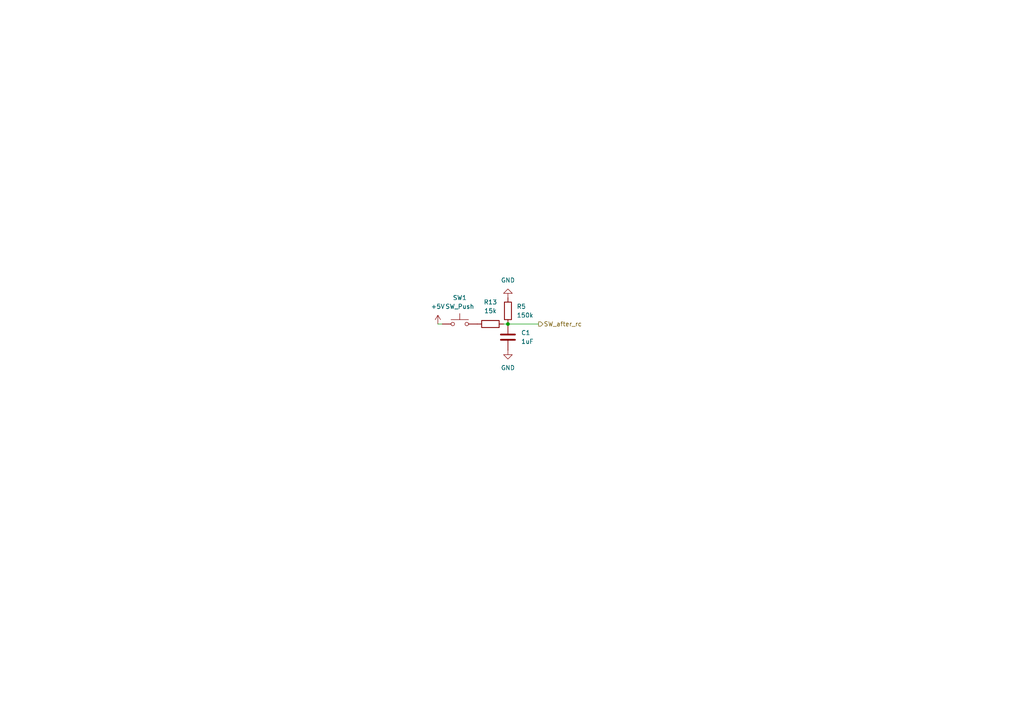
<source format=kicad_sch>
(kicad_sch (version 20230121) (generator eeschema)

  (uuid af27298f-eb17-4e77-8d48-394b777c9117)

  (paper "A4")

  (lib_symbols
    (symbol "Device:C" (pin_numbers hide) (pin_names (offset 0.254)) (in_bom yes) (on_board yes)
      (property "Reference" "C" (at 0.635 2.54 0)
        (effects (font (size 1.27 1.27)) (justify left))
      )
      (property "Value" "C" (at 0.635 -2.54 0)
        (effects (font (size 1.27 1.27)) (justify left))
      )
      (property "Footprint" "" (at 0.9652 -3.81 0)
        (effects (font (size 1.27 1.27)) hide)
      )
      (property "Datasheet" "~" (at 0 0 0)
        (effects (font (size 1.27 1.27)) hide)
      )
      (property "ki_keywords" "cap capacitor" (at 0 0 0)
        (effects (font (size 1.27 1.27)) hide)
      )
      (property "ki_description" "Unpolarized capacitor" (at 0 0 0)
        (effects (font (size 1.27 1.27)) hide)
      )
      (property "ki_fp_filters" "C_*" (at 0 0 0)
        (effects (font (size 1.27 1.27)) hide)
      )
      (symbol "C_0_1"
        (polyline
          (pts
            (xy -2.032 -0.762)
            (xy 2.032 -0.762)
          )
          (stroke (width 0.508) (type default))
          (fill (type none))
        )
        (polyline
          (pts
            (xy -2.032 0.762)
            (xy 2.032 0.762)
          )
          (stroke (width 0.508) (type default))
          (fill (type none))
        )
      )
      (symbol "C_1_1"
        (pin passive line (at 0 3.81 270) (length 2.794)
          (name "~" (effects (font (size 1.27 1.27))))
          (number "1" (effects (font (size 1.27 1.27))))
        )
        (pin passive line (at 0 -3.81 90) (length 2.794)
          (name "~" (effects (font (size 1.27 1.27))))
          (number "2" (effects (font (size 1.27 1.27))))
        )
      )
    )
    (symbol "Device:R" (pin_numbers hide) (pin_names (offset 0)) (in_bom yes) (on_board yes)
      (property "Reference" "R" (at 2.032 0 90)
        (effects (font (size 1.27 1.27)))
      )
      (property "Value" "R" (at 0 0 90)
        (effects (font (size 1.27 1.27)))
      )
      (property "Footprint" "" (at -1.778 0 90)
        (effects (font (size 1.27 1.27)) hide)
      )
      (property "Datasheet" "~" (at 0 0 0)
        (effects (font (size 1.27 1.27)) hide)
      )
      (property "ki_keywords" "R res resistor" (at 0 0 0)
        (effects (font (size 1.27 1.27)) hide)
      )
      (property "ki_description" "Resistor" (at 0 0 0)
        (effects (font (size 1.27 1.27)) hide)
      )
      (property "ki_fp_filters" "R_*" (at 0 0 0)
        (effects (font (size 1.27 1.27)) hide)
      )
      (symbol "R_0_1"
        (rectangle (start -1.016 -2.54) (end 1.016 2.54)
          (stroke (width 0.254) (type default))
          (fill (type none))
        )
      )
      (symbol "R_1_1"
        (pin passive line (at 0 3.81 270) (length 1.27)
          (name "~" (effects (font (size 1.27 1.27))))
          (number "1" (effects (font (size 1.27 1.27))))
        )
        (pin passive line (at 0 -3.81 90) (length 1.27)
          (name "~" (effects (font (size 1.27 1.27))))
          (number "2" (effects (font (size 1.27 1.27))))
        )
      )
    )
    (symbol "Switch:SW_Push" (pin_numbers hide) (pin_names (offset 1.016) hide) (in_bom yes) (on_board yes)
      (property "Reference" "SW" (at 1.27 2.54 0)
        (effects (font (size 1.27 1.27)) (justify left))
      )
      (property "Value" "SW_Push" (at 0 -1.524 0)
        (effects (font (size 1.27 1.27)))
      )
      (property "Footprint" "" (at 0 5.08 0)
        (effects (font (size 1.27 1.27)) hide)
      )
      (property "Datasheet" "~" (at 0 5.08 0)
        (effects (font (size 1.27 1.27)) hide)
      )
      (property "ki_keywords" "switch normally-open pushbutton push-button" (at 0 0 0)
        (effects (font (size 1.27 1.27)) hide)
      )
      (property "ki_description" "Push button switch, generic, two pins" (at 0 0 0)
        (effects (font (size 1.27 1.27)) hide)
      )
      (symbol "SW_Push_0_1"
        (circle (center -2.032 0) (radius 0.508)
          (stroke (width 0) (type default))
          (fill (type none))
        )
        (polyline
          (pts
            (xy 0 1.27)
            (xy 0 3.048)
          )
          (stroke (width 0) (type default))
          (fill (type none))
        )
        (polyline
          (pts
            (xy 2.54 1.27)
            (xy -2.54 1.27)
          )
          (stroke (width 0) (type default))
          (fill (type none))
        )
        (circle (center 2.032 0) (radius 0.508)
          (stroke (width 0) (type default))
          (fill (type none))
        )
        (pin passive line (at -5.08 0 0) (length 2.54)
          (name "1" (effects (font (size 1.27 1.27))))
          (number "1" (effects (font (size 1.27 1.27))))
        )
        (pin passive line (at 5.08 0 180) (length 2.54)
          (name "2" (effects (font (size 1.27 1.27))))
          (number "2" (effects (font (size 1.27 1.27))))
        )
      )
    )
    (symbol "power:+5V" (power) (pin_names (offset 0)) (in_bom yes) (on_board yes)
      (property "Reference" "#PWR" (at 0 -3.81 0)
        (effects (font (size 1.27 1.27)) hide)
      )
      (property "Value" "+5V" (at 0 3.556 0)
        (effects (font (size 1.27 1.27)))
      )
      (property "Footprint" "" (at 0 0 0)
        (effects (font (size 1.27 1.27)) hide)
      )
      (property "Datasheet" "" (at 0 0 0)
        (effects (font (size 1.27 1.27)) hide)
      )
      (property "ki_keywords" "global power" (at 0 0 0)
        (effects (font (size 1.27 1.27)) hide)
      )
      (property "ki_description" "Power symbol creates a global label with name \"+5V\"" (at 0 0 0)
        (effects (font (size 1.27 1.27)) hide)
      )
      (symbol "+5V_0_1"
        (polyline
          (pts
            (xy -0.762 1.27)
            (xy 0 2.54)
          )
          (stroke (width 0) (type default))
          (fill (type none))
        )
        (polyline
          (pts
            (xy 0 0)
            (xy 0 2.54)
          )
          (stroke (width 0) (type default))
          (fill (type none))
        )
        (polyline
          (pts
            (xy 0 2.54)
            (xy 0.762 1.27)
          )
          (stroke (width 0) (type default))
          (fill (type none))
        )
      )
      (symbol "+5V_1_1"
        (pin power_in line (at 0 0 90) (length 0) hide
          (name "+5V" (effects (font (size 1.27 1.27))))
          (number "1" (effects (font (size 1.27 1.27))))
        )
      )
    )
    (symbol "power:GND" (power) (pin_names (offset 0)) (in_bom yes) (on_board yes)
      (property "Reference" "#PWR" (at 0 -6.35 0)
        (effects (font (size 1.27 1.27)) hide)
      )
      (property "Value" "GND" (at 0 -3.81 0)
        (effects (font (size 1.27 1.27)))
      )
      (property "Footprint" "" (at 0 0 0)
        (effects (font (size 1.27 1.27)) hide)
      )
      (property "Datasheet" "" (at 0 0 0)
        (effects (font (size 1.27 1.27)) hide)
      )
      (property "ki_keywords" "global power" (at 0 0 0)
        (effects (font (size 1.27 1.27)) hide)
      )
      (property "ki_description" "Power symbol creates a global label with name \"GND\" , ground" (at 0 0 0)
        (effects (font (size 1.27 1.27)) hide)
      )
      (symbol "GND_0_1"
        (polyline
          (pts
            (xy 0 0)
            (xy 0 -1.27)
            (xy 1.27 -1.27)
            (xy 0 -2.54)
            (xy -1.27 -1.27)
            (xy 0 -1.27)
          )
          (stroke (width 0) (type default))
          (fill (type none))
        )
      )
      (symbol "GND_1_1"
        (pin power_in line (at 0 0 270) (length 0) hide
          (name "GND" (effects (font (size 1.27 1.27))))
          (number "1" (effects (font (size 1.27 1.27))))
        )
      )
    )
  )

  (junction (at 147.32 93.98) (diameter 0) (color 0 0 0 0)
    (uuid 7556731b-003d-44b7-8eb8-752a39c3f6c1)
  )

  (wire (pts (xy 127 93.98) (xy 128.27 93.98))
    (stroke (width 0) (type default))
    (uuid 47e5813b-d5b7-476f-8a81-b37c3403608b)
  )
  (wire (pts (xy 147.32 93.98) (xy 156.21 93.98))
    (stroke (width 0) (type default))
    (uuid e51a706b-42b5-459c-8e97-48b1ccb46d50)
  )
  (wire (pts (xy 146.05 93.98) (xy 147.32 93.98))
    (stroke (width 0) (type default))
    (uuid fdae8774-0d59-420a-a4f0-f6e673472085)
  )

  (hierarchical_label "SW_after_rc" (shape output) (at 156.21 93.98 0) (fields_autoplaced)
    (effects (font (size 1.27 1.27)) (justify left))
    (uuid 8acb78aa-e5fc-45e4-9920-c0636726b9c6)
  )

  (symbol (lib_id "Device:R") (at 142.24 93.98 90) (unit 1)
    (in_bom yes) (on_board yes) (dnp no) (fields_autoplaced)
    (uuid 6ddbfd72-fc6e-4ec7-bd4c-66b9d2fce7c4)
    (property "Reference" "R13" (at 142.24 87.63 90)
      (effects (font (size 1.27 1.27)))
    )
    (property "Value" "15k" (at 142.24 90.17 90)
      (effects (font (size 1.27 1.27)))
    )
    (property "Footprint" "Resistor_THT:R_Axial_DIN0207_L6.3mm_D2.5mm_P7.62mm_Horizontal" (at 142.24 95.758 90)
      (effects (font (size 1.27 1.27)) hide)
    )
    (property "Datasheet" "~" (at 142.24 93.98 0)
      (effects (font (size 1.27 1.27)) hide)
    )
    (pin "1" (uuid a4fc4e5c-71e2-4dca-96ea-8a22525fe2fa))
    (pin "2" (uuid e2f54427-900e-4b94-a0bd-4775e0587912))
    (instances
      (project "4-button debouncer"
        (path "/c1ca48d9-ccf5-4728-b041-a254d6a16158"
          (reference "R13") (unit 1)
        )
        (path "/c1ca48d9-ccf5-4728-b041-a254d6a16158/c7fee5eb-00ed-441d-bf07-db35b83f16c0"
          (reference "R1") (unit 1)
        )
        (path "/c1ca48d9-ccf5-4728-b041-a254d6a16158/b14070c2-3565-4c7a-ba66-f060dc368696"
          (reference "R6") (unit 1)
        )
        (path "/c1ca48d9-ccf5-4728-b041-a254d6a16158/a3f10177-f5b5-462d-817a-000a3ce75927"
          (reference "R3") (unit 1)
        )
        (path "/c1ca48d9-ccf5-4728-b041-a254d6a16158/84add3ed-0b3e-491a-84b3-d107e7ae9efd"
          (reference "R5") (unit 1)
        )
      )
    )
  )

  (symbol (lib_id "Switch:SW_Push") (at 133.35 93.98 0) (unit 1)
    (in_bom yes) (on_board yes) (dnp no) (fields_autoplaced)
    (uuid 800d6653-c778-4e4f-9ab7-9f9f6fbb3e69)
    (property "Reference" "SW1" (at 133.35 86.36 0)
      (effects (font (size 1.27 1.27)))
    )
    (property "Value" "SW_Push" (at 133.35 88.9 0)
      (effects (font (size 1.27 1.27)))
    )
    (property "Footprint" "Button_Switch_THT:SW_PUSH-12mm" (at 133.35 88.9 0)
      (effects (font (size 1.27 1.27)) hide)
    )
    (property "Datasheet" "~" (at 133.35 88.9 0)
      (effects (font (size 1.27 1.27)) hide)
    )
    (pin "1" (uuid 3a8a33ba-2ae3-43be-b578-3170f33eb543))
    (pin "2" (uuid 95f38800-e0b4-4fe2-b25d-1fa2732fb1f1))
    (instances
      (project "4-button debouncer"
        (path "/c1ca48d9-ccf5-4728-b041-a254d6a16158"
          (reference "SW1") (unit 1)
        )
        (path "/c1ca48d9-ccf5-4728-b041-a254d6a16158/c7fee5eb-00ed-441d-bf07-db35b83f16c0"
          (reference "SW1") (unit 1)
        )
        (path "/c1ca48d9-ccf5-4728-b041-a254d6a16158/b14070c2-3565-4c7a-ba66-f060dc368696"
          (reference "SW4") (unit 1)
        )
        (path "/c1ca48d9-ccf5-4728-b041-a254d6a16158/a3f10177-f5b5-462d-817a-000a3ce75927"
          (reference "SW2") (unit 1)
        )
        (path "/c1ca48d9-ccf5-4728-b041-a254d6a16158/84add3ed-0b3e-491a-84b3-d107e7ae9efd"
          (reference "SW3") (unit 1)
        )
      )
    )
  )

  (symbol (lib_id "Device:C") (at 147.32 97.79 0) (unit 1)
    (in_bom yes) (on_board yes) (dnp no) (fields_autoplaced)
    (uuid 9a165bf4-4dc9-41d3-b852-b51811a6225c)
    (property "Reference" "C1" (at 151.13 96.52 0)
      (effects (font (size 1.27 1.27)) (justify left))
    )
    (property "Value" "1uF" (at 151.13 99.06 0)
      (effects (font (size 1.27 1.27)) (justify left))
    )
    (property "Footprint" "Capacitor_THT:CP_Radial_Tantal_D5.0mm_P2.50mm" (at 148.2852 101.6 0)
      (effects (font (size 1.27 1.27)) hide)
    )
    (property "Datasheet" "~" (at 147.32 97.79 0)
      (effects (font (size 1.27 1.27)) hide)
    )
    (pin "1" (uuid ff5f3fbb-9482-4e0b-83b0-b868d84be2ab))
    (pin "2" (uuid 3c246b60-3568-443a-a5a7-1bdd06bd350b))
    (instances
      (project "4-button debouncer"
        (path "/c1ca48d9-ccf5-4728-b041-a254d6a16158"
          (reference "C1") (unit 1)
        )
        (path "/c1ca48d9-ccf5-4728-b041-a254d6a16158/c7fee5eb-00ed-441d-bf07-db35b83f16c0"
          (reference "C5") (unit 1)
        )
        (path "/c1ca48d9-ccf5-4728-b041-a254d6a16158/b14070c2-3565-4c7a-ba66-f060dc368696"
          (reference "C2") (unit 1)
        )
        (path "/c1ca48d9-ccf5-4728-b041-a254d6a16158/a3f10177-f5b5-462d-817a-000a3ce75927"
          (reference "C1") (unit 1)
        )
        (path "/c1ca48d9-ccf5-4728-b041-a254d6a16158/84add3ed-0b3e-491a-84b3-d107e7ae9efd"
          (reference "C3") (unit 1)
        )
      )
    )
  )

  (symbol (lib_id "power:GND") (at 147.32 101.6 0) (unit 1)
    (in_bom yes) (on_board yes) (dnp no) (fields_autoplaced)
    (uuid c8223ff2-1c89-4a7e-94bd-e45474c11042)
    (property "Reference" "#PWR019" (at 147.32 107.95 0)
      (effects (font (size 1.27 1.27)) hide)
    )
    (property "Value" "GND" (at 147.32 106.68 0)
      (effects (font (size 1.27 1.27)))
    )
    (property "Footprint" "" (at 147.32 101.6 0)
      (effects (font (size 1.27 1.27)) hide)
    )
    (property "Datasheet" "" (at 147.32 101.6 0)
      (effects (font (size 1.27 1.27)) hide)
    )
    (pin "1" (uuid aea4d4e5-1db9-4091-897f-dd81d1d1e17b))
    (instances
      (project "4-button debouncer"
        (path "/c1ca48d9-ccf5-4728-b041-a254d6a16158"
          (reference "#PWR019") (unit 1)
        )
        (path "/c1ca48d9-ccf5-4728-b041-a254d6a16158/c7fee5eb-00ed-441d-bf07-db35b83f16c0"
          (reference "#PWR022") (unit 1)
        )
        (path "/c1ca48d9-ccf5-4728-b041-a254d6a16158/b14070c2-3565-4c7a-ba66-f060dc368696"
          (reference "#PWR014") (unit 1)
        )
        (path "/c1ca48d9-ccf5-4728-b041-a254d6a16158/a3f10177-f5b5-462d-817a-000a3ce75927"
          (reference "#PWR011") (unit 1)
        )
        (path "/c1ca48d9-ccf5-4728-b041-a254d6a16158/84add3ed-0b3e-491a-84b3-d107e7ae9efd"
          (reference "#PWR019") (unit 1)
        )
      )
    )
  )

  (symbol (lib_id "Device:R") (at 147.32 90.17 0) (unit 1)
    (in_bom yes) (on_board yes) (dnp no) (fields_autoplaced)
    (uuid cabe5531-6116-4e9f-ae43-54762e8d50ca)
    (property "Reference" "R5" (at 149.86 88.9 0)
      (effects (font (size 1.27 1.27)) (justify left))
    )
    (property "Value" "150k" (at 149.86 91.44 0)
      (effects (font (size 1.27 1.27)) (justify left))
    )
    (property "Footprint" "Resistor_THT:R_Axial_DIN0207_L6.3mm_D2.5mm_P7.62mm_Horizontal" (at 145.542 90.17 90)
      (effects (font (size 1.27 1.27)) hide)
    )
    (property "Datasheet" "~" (at 147.32 90.17 0)
      (effects (font (size 1.27 1.27)) hide)
    )
    (pin "1" (uuid 58218821-9f62-4703-a43a-b1d5de586d7a))
    (pin "2" (uuid ab4e8749-8dc4-49d6-9500-7e107efe06c4))
    (instances
      (project "4-button debouncer"
        (path "/c1ca48d9-ccf5-4728-b041-a254d6a16158"
          (reference "R5") (unit 1)
        )
        (path "/c1ca48d9-ccf5-4728-b041-a254d6a16158/c7fee5eb-00ed-441d-bf07-db35b83f16c0"
          (reference "R2") (unit 1)
        )
        (path "/c1ca48d9-ccf5-4728-b041-a254d6a16158/b14070c2-3565-4c7a-ba66-f060dc368696"
          (reference "R7") (unit 1)
        )
        (path "/c1ca48d9-ccf5-4728-b041-a254d6a16158/a3f10177-f5b5-462d-817a-000a3ce75927"
          (reference "R4") (unit 1)
        )
        (path "/c1ca48d9-ccf5-4728-b041-a254d6a16158/84add3ed-0b3e-491a-84b3-d107e7ae9efd"
          (reference "R8") (unit 1)
        )
      )
    )
  )

  (symbol (lib_id "power:+5V") (at 127 93.98 0) (unit 1)
    (in_bom yes) (on_board yes) (dnp no) (fields_autoplaced)
    (uuid dbc7c5bf-76b5-4b1b-aa3e-eb2f85a2845c)
    (property "Reference" "#PWR04" (at 127 97.79 0)
      (effects (font (size 1.27 1.27)) hide)
    )
    (property "Value" "+5V" (at 127 88.9 0)
      (effects (font (size 1.27 1.27)))
    )
    (property "Footprint" "" (at 127 93.98 0)
      (effects (font (size 1.27 1.27)) hide)
    )
    (property "Datasheet" "" (at 127 93.98 0)
      (effects (font (size 1.27 1.27)) hide)
    )
    (pin "1" (uuid 47978ec0-0c6d-494a-86c0-cdaf81e3715f))
    (instances
      (project "4-button debouncer"
        (path "/c1ca48d9-ccf5-4728-b041-a254d6a16158/b14070c2-3565-4c7a-ba66-f060dc368696"
          (reference "#PWR04") (unit 1)
        )
        (path "/c1ca48d9-ccf5-4728-b041-a254d6a16158/a3f10177-f5b5-462d-817a-000a3ce75927"
          (reference "#PWR07") (unit 1)
        )
        (path "/c1ca48d9-ccf5-4728-b041-a254d6a16158/84add3ed-0b3e-491a-84b3-d107e7ae9efd"
          (reference "#PWR012") (unit 1)
        )
      )
    )
  )

  (symbol (lib_id "power:GND") (at 147.32 86.36 180) (unit 1)
    (in_bom yes) (on_board yes) (dnp no) (fields_autoplaced)
    (uuid e0c7f3b3-7b08-44d6-bc2c-80f8d9abacc9)
    (property "Reference" "#PWR019" (at 147.32 80.01 0)
      (effects (font (size 1.27 1.27)) hide)
    )
    (property "Value" "GND" (at 147.32 81.28 0)
      (effects (font (size 1.27 1.27)))
    )
    (property "Footprint" "" (at 147.32 86.36 0)
      (effects (font (size 1.27 1.27)) hide)
    )
    (property "Datasheet" "" (at 147.32 86.36 0)
      (effects (font (size 1.27 1.27)) hide)
    )
    (pin "1" (uuid 77c4430c-6391-4121-a2d9-fe92e2fb3fa3))
    (instances
      (project "4-button debouncer"
        (path "/c1ca48d9-ccf5-4728-b041-a254d6a16158"
          (reference "#PWR019") (unit 1)
        )
        (path "/c1ca48d9-ccf5-4728-b041-a254d6a16158/c7fee5eb-00ed-441d-bf07-db35b83f16c0"
          (reference "#PWR022") (unit 1)
        )
        (path "/c1ca48d9-ccf5-4728-b041-a254d6a16158/b14070c2-3565-4c7a-ba66-f060dc368696"
          (reference "#PWR01") (unit 1)
        )
        (path "/c1ca48d9-ccf5-4728-b041-a254d6a16158/a3f10177-f5b5-462d-817a-000a3ce75927"
          (reference "#PWR09") (unit 1)
        )
        (path "/c1ca48d9-ccf5-4728-b041-a254d6a16158/84add3ed-0b3e-491a-84b3-d107e7ae9efd"
          (reference "#PWR013") (unit 1)
        )
      )
    )
  )
)

</source>
